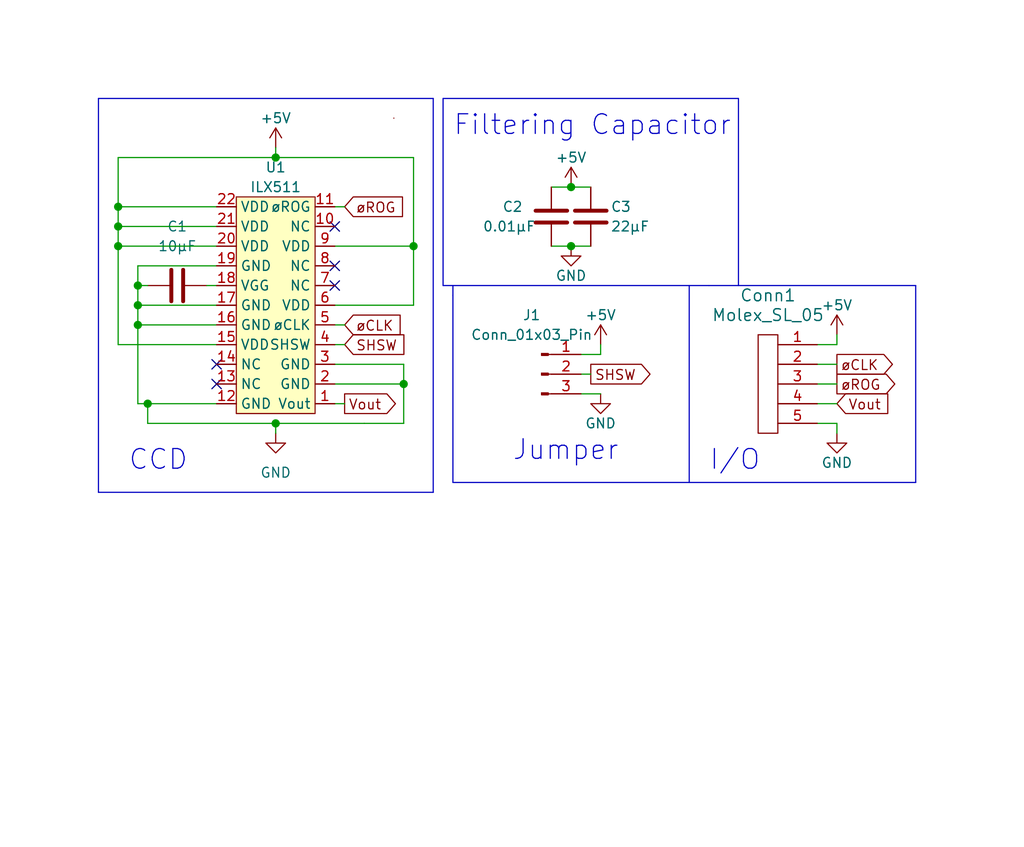
<source format=kicad_sch>
(kicad_sch (version 20230121) (generator eeschema)
  (paper "User" 132.08 109.22)
  (title_block (title "Ramen CCD Breakout ") (rev "1") (company " ") (comment 1 " "))
  (lib_symbols
    (symbol "Connector:Conn_01x03_Pin" (pin_names (offset 1.016) hide)
      (property "Reference" "J" (at 0 5.08 0))
      (property "Value" "Conn_01x03_Pin" (at 0 -5.08 0))
      (symbol "Conn_01x03_Pin_1_1"
        (polyline (pts (xy 1.27 -2.54) (xy 0.8636 -2.54)) (stroke (width 0.1524)))
        (polyline (pts (xy 1.27 0) (xy 0.8636 0)) (stroke (width 0.1524)))
        (polyline (pts (xy 1.27 2.54) (xy 0.8636 2.54)) (stroke (width 0.1524)))
        (rectangle (start 0.8636 -2.413) (end 0 -2.667) (stroke (width 0.1524)) (fill (type outline)))
        (rectangle (start 0.8636 0.127) (end 0 -0.127) (stroke (width 0.1524)) (fill (type outline)))
        (rectangle (start 0.8636 2.667) (end 0 2.413) (stroke (width 0.1524)) (fill (type outline)))
        (pin passive line (at 5.08 2.54 180) (length 3.81) (name "Pin_1") (number "1"))
        (pin passive line (at 5.08 0 180) (length 3.81) (name "Pin_2") (number "2"))
        (pin passive line (at 5.08 -2.54 180) (length 3.81) (name "Pin_3") (number "3"))
      )
    )
    (symbol "Device:C" (pin_numbers hide) (pin_names (offset 0.254))
      (property "Reference" "C" (at 0.635 2.54 0))
      (property "Value" "C" (at 0.635 -2.54 0))
      (symbol "C_0_1"
        (polyline (pts (xy -2.032 -0.762) (xy 2.032 -0.762)) (stroke (width 0.508)))
        (polyline (pts (xy -2.032 0.762) (xy 2.032 0.762)) (stroke (width 0.508)))
      )
      (symbol "C_1_1"
        (pin passive line (at 0 3.81 270) (length 2.794) (name "~") (number "1"))
        (pin passive line (at 0 -3.81 90) (length 2.794) (name "~") (number "2"))
      )
    )
    (symbol "MRDT_CCD:ILX511"
      (property "Reference" "U" (at 0 0 0))
      (property "Value" "ILX511" (at -16.51 7.62 90))
      (symbol "ILX511_0_1"
        (rectangle (start -13.97 -3.81) (end -13.97 -3.81))
        (rectangle (start -12.7 -6.35) (end -12.7 -6.35))
        (rectangle (start 25.4 -7.62) (end 25.4 -7.62))
      )
      (symbol "ILX511_1_1"
        (rectangle (start -12.7 12.7) (end 15.24 2.54) (fill (type background)))
        (pin output line (at -11.43 0 90) (length 2.54) (name "Vout") (number "1"))
        (pin input line (at 11.43 0 90) (length 2.54) (name "NC") (number "10"))
        (pin input line (at 13.97 0 90) (length 2.54) (name "øROG") (number "11"))
        (pin input line (at -11.43 15.24 270) (length 2.54) (name "GND") (number "12"))
        (pin input line (at -8.89 15.24 270) (length 2.54) (name "NC") (number "13"))
        (pin input line (at -6.35 15.24 270) (length 2.54) (name "NC") (number "14"))
        (pin input line (at -3.81 15.24 270) (length 2.54) (name "VDD") (number "15"))
        (pin input line (at -1.27 15.24 270) (length 2.54) (name "GND") (number "16"))
        (pin input line (at 1.27 15.24 270) (length 2.54) (name "GND") (number "17"))
        (pin output line (at 3.81 15.24 270) (length 2.54) (name "VGG") (number "18"))
        (pin input line (at 6.35 15.24 270) (length 2.54) (name "GND") (number "19"))
        (pin input line (at -8.89 0 90) (length 2.54) (name "GND") (number "2"))
        (pin input line (at 8.89 15.24 270) (length 2.54) (name "VDD") (number "20"))
        (pin input line (at 11.43 15.24 270) (length 2.54) (name "VDD") (number "21"))
        (pin input line (at 13.97 15.24 270) (length 2.54) (name "VDD") (number "22"))
        (pin input line (at -6.35 0 90) (length 2.54) (name "GND") (number "3"))
        (pin input line (at -3.81 0 90) (length 2.54) (name "SHSW") (number "4"))
        (pin input line (at -1.27 0 90) (length 2.54) (name "øCLK") (number "5"))
        (pin input line (at 1.27 0 90) (length 2.54) (name "VDD") (number "6"))
        (pin input line (at 3.81 0 90) (length 2.54) (name "NC") (number "7"))
        (pin input line (at 6.35 0 90) (length 2.54) (name "NC") (number "8"))
        (pin input line (at 8.89 0 90) (length 2.54) (name "VDD") (number "9"))
      )
    )
    (symbol "MRDT_Connectors:Molex_SL_05" (pin_names (offset 1.016))
      (property "Reference" "Conn" (at 3.81 -1.27 0))
      (property "Value" "Molex_SL_05" (at 1.27 13.97 0))
      (symbol "Molex_SL_05_0_1"
        (rectangle (start 0 12.7) (end 2.54 0))
      )
      (symbol "Molex_SL_05_1_1"
        (pin input line (at -5.08 11.43 0) (length 5.08) (name "~") (number "1"))
        (pin input line (at -5.08 8.89 0) (length 5.08) (name "~") (number "2"))
        (pin input line (at -5.08 6.35 0) (length 5.08) (name "~") (number "3"))
        (pin input line (at -5.08 3.81 0) (length 5.08) (name "~") (number "4"))
        (pin input line (at -5.08 1.27 0) (length 5.08) (name "~") (number "5"))
      )
    )
    (symbol "power:+5V" (power) (pin_names (offset 0))
      (property "Value" "+5V" (at 0 3.556 0))
      (symbol "+5V_0_1"
        (polyline (pts (xy -0.762 1.27) (xy 0 2.54)))
        (polyline (pts (xy 0 0) (xy 0 2.54)))
        (polyline (pts (xy 0 2.54) (xy 0.762 1.27)))
      )
      (symbol "+5V_1_1"
        (pin power_in line (at 0 0 90) (length 0) hide (name "+5V") (number "1"))
      )
    )
    (symbol "power:GND" (power) (pin_names (offset 0))
      (property "Value" "GND" (at 0 -3.81 0))
      (symbol "GND_0_1"
        (polyline (pts (xy 0 0) (xy 0 -1.27) (xy 1.27 -1.27) (xy 0 -2.54) (xy -1.27 -1.27) (xy 0 -1.27)))
      )
      (symbol "GND_1_1"
        (pin power_in line (at 0 0 270) (length 0) hide (name "GND") (number "1"))
      )
    )
  )
  (junction (at 73.66 24.13))
  (junction (at 15.24 29.21))
  (junction (at 17.78 36.83))
  (junction (at 15.24 26.67))
  (junction (at 19.05 52.07))
  (junction (at 17.78 39.37))
  (junction (at 15.24 31.75))
  (junction (at 73.66 31.75))
  (junction (at 17.78 41.91))
  (junction (at 35.56 20.32))
  (junction (at 53.34 31.75))
  (junction (at 52.07 49.53))
  (junction (at 35.56 54.61))
  (no_connect (at 43.18 34.29))
  (no_connect (at 27.94 46.99))
  (no_connect (at 27.94 49.53))
  (no_connect (at 43.18 29.21))
  (no_connect (at 43.18 36.83))
  (polyline (pts (xy 118.11 36.83) (xy 118.11 62.23)))
  (wire (pts (xy 35.56 20.32) (xy 53.34 20.32)))
  (wire (pts (xy 19.05 52.07) (xy 19.05 54.61)))
  (wire (pts (xy 19.05 52.07) (xy 27.94 52.07)))
  (wire (pts (xy 15.24 26.67) (xy 27.94 26.67)))
  (wire (pts (xy 77.47 44.45) (xy 77.47 45.72)))
  (wire (pts (xy 53.34 39.37) (xy 53.34 31.75)))
  (wire (pts (xy 43.18 39.37) (xy 53.34 39.37)))
  (wire (pts (xy 19.05 54.61) (xy 35.56 54.61)))
  (wire (pts (xy 73.66 31.75) (xy 76.2 31.75)))
  (polyline (pts (xy 58.42 62.23) (xy 88.9 62.23)))
  (wire (pts (xy 105.41 52.07) (xy 107.95 52.07)))
  (wire (pts (xy 107.95 44.45) (xy 107.95 43.18)))
  (wire (pts (xy 52.07 49.53) (xy 52.07 54.61)))
  (wire (pts (xy 71.12 31.75) (xy 73.66 31.75)))
  (wire (pts (xy 107.95 54.61) (xy 107.95 55.88)))
  (wire (pts (xy 17.78 52.07) (xy 19.05 52.07)))
  (wire (pts (xy 27.94 44.45) (xy 15.24 44.45)))
  (wire (pts (xy 19.05 36.83) (xy 17.78 36.83)))
  (wire (pts (xy 53.34 31.75) (xy 53.34 20.32)))
  (polyline (pts (xy 95.25 12.7) (xy 95.25 36.83)))
  (wire (pts (xy 52.07 46.99) (xy 52.07 49.53)))
  (polyline (pts (xy 55.88 12.7) (xy 55.88 63.5)))
  (polyline (pts (xy 88.9 62.23) (xy 88.9 36.83)))
  (wire (pts (xy 26.67 36.83) (xy 27.94 36.83)))
  (polyline (pts (xy 58.42 38.1) (xy 58.42 62.23)))
  (wire (pts (xy 43.18 52.07) (xy 44.45 52.07)))
  (wire (pts (xy 17.78 39.37) (xy 27.94 39.37)))
  (wire (pts (xy 77.47 45.72) (xy 74.93 45.72)))
  (polyline (pts (xy 58.42 36.83) (xy 58.42 38.1)))
  (wire (pts (xy 35.56 19.05) (xy 35.56 20.32)))
  (wire (pts (xy 17.78 41.91) (xy 17.78 52.07)))
  (polyline (pts (xy 118.11 62.23) (xy 88.9 62.23)))
  (wire (pts (xy 15.24 29.21) (xy 27.94 29.21)))
  (wire (pts (xy 17.78 34.29) (xy 17.78 36.83)))
  (wire (pts (xy 71.12 24.13) (xy 73.66 24.13)))
  (polyline (pts (xy 57.15 12.7) (xy 95.25 12.7)))
  (polyline (pts (xy 57.15 36.83) (xy 88.9 36.83)))
  (wire (pts (xy 17.78 39.37) (xy 17.78 41.91)))
  (wire (pts (xy 15.24 31.75) (xy 27.94 31.75)))
  (wire (pts (xy 43.18 46.99) (xy 52.07 46.99)))
  (wire (pts (xy 43.18 31.75) (xy 53.34 31.75)))
  (wire (pts (xy 15.24 31.75) (xy 15.24 29.21)))
  (wire (pts (xy 43.18 26.67) (xy 44.45 26.67)))
  (wire (pts (xy 105.41 49.53) (xy 107.95 49.53)))
  (polyline (pts (xy 12.7 12.7) (xy 55.88 12.7)))
  (wire (pts (xy 15.24 29.21) (xy 15.24 26.67)))
  (wire (pts (xy 105.41 54.61) (xy 107.95 54.61)))
  (polyline (pts (xy 57.15 12.7) (xy 57.15 36.83)))
  (wire (pts (xy 43.18 41.91) (xy 44.45 41.91)))
  (polyline (pts (xy 91.44 36.83) (xy 118.11 36.83)))
  (wire (pts (xy 27.94 34.29) (xy 17.78 34.29)))
  (wire (pts (xy 105.41 44.45) (xy 107.95 44.45)))
  (wire (pts (xy 74.93 50.8) (xy 77.47 50.8)))
  (wire (pts (xy 52.07 54.61) (xy 35.56 54.61)))
  (wire (pts (xy 74.93 48.26) (xy 76.2 48.26)))
  (wire (pts (xy 43.18 49.53) (xy 52.07 49.53)))
  (wire (pts (xy 73.66 24.13) (xy 76.2 24.13)))
  (wire (pts (xy 15.24 20.32) (xy 35.56 20.32)))
  (wire (pts (xy 35.56 54.61) (xy 35.56 55.88)))
  (wire (pts (xy 17.78 41.91) (xy 27.94 41.91)))
  (polyline (pts (xy 55.88 63.5) (xy 12.7 63.5)))
  (wire (pts (xy 15.24 44.45) (xy 15.24 31.75)))
  (wire (pts (xy 15.24 26.67) (xy 15.24 20.32)))
  (polyline (pts (xy 88.9 36.83) (xy 91.44 36.83)))
  (polyline (pts (xy 12.7 12.7) (xy 12.7 63.5)))
  (wire (pts (xy 17.78 36.83) (xy 17.78 39.37)))
  (wire (pts (xy 43.18 44.45) (xy 44.45 44.45)))
  (wire (pts (xy 105.41 46.99) (xy 107.95 46.99)))
  (text "Filtering Capacitor\n" (at 58.42 17.78 0) (effects (font (size 2.54 2.54)) (justify left bottom)))
  (text "I/O" (at 91.44 60.96 0) (effects (font (size 2.54 2.54)) (justify left bottom)))
  (text "CCD" (at 16.51 60.96 0) (effects (font (size 2.54 2.54)) (justify left bottom)))
  (text "Jumper" (at 66.04 59.69 0) (effects (font (size 2.54 2.54)) (justify left bottom)))
  (global_label "SHSW" (shape input) (at 44.45 44.45 0) (property "Intersheetrefs" "${INTERSHEET_REFS}" (effects hide)))
  (global_label "øROG" (shape output) (at 107.95 49.53 0) (property "Intersheetrefs" "${INTERSHEET_REFS}" (effects hide)))
  (global_label "Vout" (shape output) (at 44.45 52.07 0) (property "Intersheetrefs" "${INTERSHEET_REFS}" (effects hide)))
  (global_label "øCLK" (shape input) (at 44.45 41.91 0) (property "Intersheetrefs" "${INTERSHEET_REFS}" (effects hide)))
  (global_label "øCLK" (shape output) (at 107.95 46.99 0) (property "Intersheetrefs" "${INTERSHEET_REFS}" (effects hide)))
  (global_label "Vout" (shape input) (at 107.95 52.07 0) (property "Intersheetrefs" "${INTERSHEET_REFS}" (effects hide)))
  (global_label "SHSW" (shape output) (at 76.2 48.26 0) (property "Intersheetrefs" "${INTERSHEET_REFS}" (effects hide)))
  (global_label "øROG" (shape input) (at 44.45 26.67 0) (property "Intersheetrefs" "${INTERSHEET_REFS}" (effects hide)))
  (symbol (lib_id "power:+5V") (at 35.56 19.05 0) (unit 1)
    (property "Reference" "#PWR03" (effects hide))
    (property "Value" "+5V" (at 35.56 15.24 0))
  )
  (symbol (lib_id "power:GND") (at 77.47 50.8 0) (unit 1)
    (property "Reference" "#PWR01" (effects hide))
    (property "Value" "GND" (at 77.47 54.61 0))
  )
  (symbol (lib_id "power:+5V") (at 107.95 43.18 0) (unit 1)
    (property "Reference" "#PWR08" (effects hide))
    (property "Value" "+5V" (at 107.95 39.37 0))
  )
  (symbol (lib_id "Connector:Conn_01x03_Pin") (at 69.85 48.26 0) (unit 1)
    (property "Reference" "J1" (at 68.58 40.64 0))
    (property "Value" "Conn_01x03_Pin" (at 68.58 43.18 0))
    (property "Footprint" "Connector_PinHeader_2.54mm:PinHeader_1x03_P2.54mm_Vertical" (effects hide))
  )
  (symbol (lib_id "power:GND") (at 35.56 55.88 0) (unit 1)
    (property "Reference" "#PWR02" (effects hide))
    (property "Value" "GND" (at 35.56 60.96 0))
  )
  (symbol (lib_id "power:+5V") (at 73.66 24.13 0) (unit 1)
    (property "Reference" "#PWR06" (effects hide))
    (property "Value" "+5V" (at 73.66 20.32 0))
  )
  (symbol (lib_id "power:GND") (at 107.95 55.88 0) (unit 1)
    (property "Reference" "#PWR07" (effects hide))
    (property "Value" "GND" (at 107.95 59.69 0))
  )
  (symbol (lib_id "MRDT_Connectors:Molex_SL_05") (at 100.33 55.88 0) (mirror y) (unit 1)
    (property "Reference" "Conn1" (at 99.06 38.1 0) (effects (font (size 1.524 1.524))))
    (property "Value" "Molex_SL_05" (at 99.06 40.64 0) (effects (font (size 1.524 1.524))))
    (property "Footprint" "MRDT_Connectors:MOLEX_SL_05_Vertical" (effects hide))
  )
  (symbol (lib_id "Device:C") (at 22.86 36.83 90) (unit 1)
    (property "Reference" "C1" (at 22.86 29.21 90))
    (property "Value" "10µF" (at 22.86 31.75 90))
  )
  (symbol (lib_id "Device:C") (at 71.12 27.94 180) (unit 1)
    (property "Reference" "C2" (at 64.77 26.67 0) (effects (justify right)))
    (property "Value" "0.01µF" (at 62.23 29.21 0) (effects (justify right)))
  )
  (symbol (lib_id "Device:C") (at 76.2 27.94 180) (unit 1)
    (property "Reference" "C3" (at 78.74 26.67 0) (effects (justify right)))
    (property "Value" "22µF" (at 78.74 29.21 0) (effects (justify right)))
  )
  (symbol (lib_id "MRDT_CCD:ILX511") (at 43.18 40.64 90) (unit 1)
    (property "Reference" "U1" (at 35.56 21.59 90))
    (property "Value" "ILX511" (at 35.56 24.13 90))
    (property "Datasheet" "https://www.spectralproducts.com/pdf/SonyILX511.pdf" (effects hide))
  )
  (symbol (lib_id "power:GND") (at 73.66 31.75 0) (unit 1)
    (property "Reference" "#PWR05" (effects hide))
    (property "Value" "GND" (at 73.66 35.56 0))
  )
  (symbol (lib_id "power:+5V") (at 77.47 44.45 0) (unit 1)
    (property "Reference" "#PWR04" (effects hide))
    (property "Value" "+5V" (at 77.47 40.64 0))
  )
)
</source>
